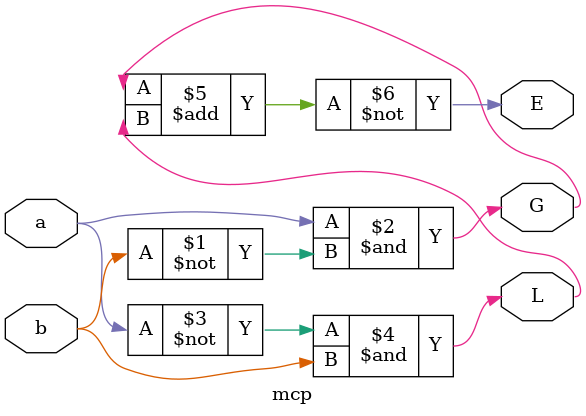
<source format=v>
module mcp(
    input a,b,
    output G,E,L
    );
assign G=a&~b;
assign L=~a&b;
assign E=~(G+L);

endmodule

</source>
